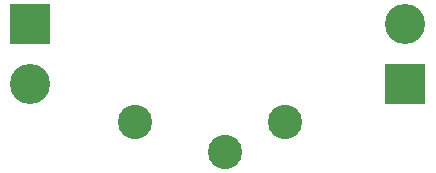
<source format=gbs>
G04 #@! TF.FileFunction,Soldermask,Bot*
%FSLAX46Y46*%
G04 Gerber Fmt 4.6, Leading zero omitted, Abs format (unit mm)*
G04 Created by KiCad (PCBNEW 4.0.4-stable) date Thu Oct  6 13:32:55 2016*
%MOMM*%
%LPD*%
G01*
G04 APERTURE LIST*
%ADD10C,0.100000*%
%ADD11R,3.400000X3.400000*%
%ADD12C,3.400000*%
%ADD13C,2.899360*%
G04 APERTURE END LIST*
D10*
D11*
X162560000Y-76835000D03*
D12*
X162560000Y-71755000D03*
D11*
X130810000Y-71755000D03*
D12*
X130810000Y-76835000D03*
D13*
X152400000Y-80010000D03*
X147320000Y-82550000D03*
X139700000Y-80010000D03*
M02*

</source>
